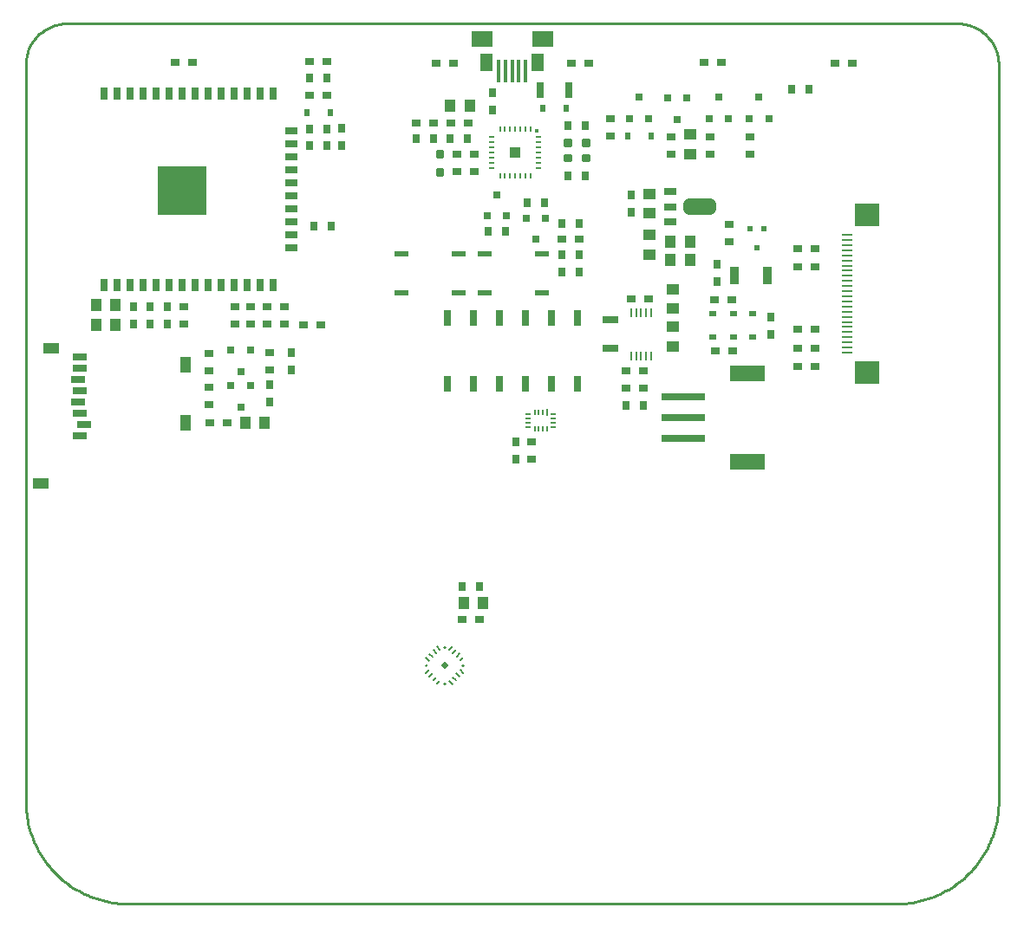
<source format=gtp>
G04 This is an RS-274x file exported by *
G04 gerbv version 2.6.0 *
G04 More information is available about gerbv at *
G04 http://gerbv.gpleda.org/ *
G04 --End of header info--*
%MOIN*%
%FSLAX34Y34*%
%IPPOS*%
G04 --Define apertures--*
%ADD10C,0.0100*%
%ADD11C,0.0000*%
%ADD12C,0.0039*%
%ADD13R,0.0102X0.0220*%
%ADD14R,0.0394X0.0394*%
%ADD15R,0.0118X0.0118*%
%ADD16R,0.0220X0.0102*%
%ADD17R,0.0142X0.0870*%
%ADD18R,0.0785X0.0598*%
%ADD19R,0.0465X0.0711*%
%ADD20R,0.0409X0.0488*%
%ADD21R,0.0315X0.0630*%
%ADD22R,0.0198X0.0277*%
%ADD23R,0.0252X0.0291*%
%ADD24R,0.0315X0.0354*%
%ADD25R,0.0354X0.0315*%
%ADD26R,0.0220X0.0220*%
%ADD27R,0.0277X0.0198*%
%ADD28R,0.0488X0.0409*%
%ADD29R,0.0969X0.0850*%
%ADD30R,0.0449X0.0094*%
%ADD31R,0.0378X0.0693*%
%ADD32R,0.0488X0.0252*%
%ADD33C,0.0480*%
%ADD34R,0.0486X0.0256*%
%ADD35R,0.0441X0.0598*%
%ADD36R,0.0638X0.0441*%
%ADD37R,0.0528X0.0252*%
%ADD38C,0.0094*%
%ADD39R,0.0283X0.0480*%
%ADD40R,0.0480X0.0283*%
%ADD41R,0.1890X0.1890*%
%ADD42R,0.0630X0.0315*%
%ADD43R,0.0096X0.0326*%
%ADD44R,0.1693X0.0315*%
%ADD45R,0.1339X0.0591*%
%ADD46C,0.0080*%
%ADD47R,0.0230X0.0230*%
%ADD48R,0.0091X0.0091*%
%ADD49R,0.0243X0.0071*%
%ADD50R,0.0071X0.0283*%
%ADD51R,0.0071X0.0243*%
%ADD52R,0.0540X0.0240*%
%ADD53R,0.0283X0.0638*%
G04 --Start main section--*
G54D10*
G01X0005927Y0004947D02*
G01X0035455Y0004947D01*
G01X0035455Y0004947D02*
G01X0035579Y0004949D01*
G01X0035579Y0004949D02*
G01X0035702Y0004955D01*
G01X0035702Y0004955D02*
G01X0035826Y0004964D01*
G01X0035826Y0004964D02*
G01X0035948Y0004978D01*
G01X0035948Y0004978D02*
G01X0036071Y0004995D01*
G01X0036071Y0004995D02*
G01X0036193Y0005017D01*
G01X0036193Y0005017D02*
G01X0036314Y0005042D01*
G01X0036314Y0005042D02*
G01X0036434Y0005071D01*
G01X0036434Y0005071D02*
G01X0036553Y0005103D01*
G01X0036553Y0005103D02*
G01X0036672Y0005140D01*
G01X0036672Y0005140D02*
G01X0036789Y0005180D01*
G01X0036789Y0005180D02*
G01X0036904Y0005223D01*
G01X0036904Y0005223D02*
G01X0037019Y0005271D01*
G01X0037019Y0005271D02*
G01X0037131Y0005322D01*
G01X0037131Y0005322D02*
G01X0037242Y0005376D01*
G01X0037242Y0005376D02*
G01X0037352Y0005434D01*
G01X0037352Y0005434D02*
G01X0037459Y0005495D01*
G01X0037459Y0005495D02*
G01X0037565Y0005560D01*
G01X0037565Y0005560D02*
G01X0037668Y0005628D01*
G01X0037668Y0005628D02*
G01X0037769Y0005699D01*
G01X0037769Y0005699D02*
G01X0037868Y0005773D01*
G01X0037868Y0005773D02*
G01X0037965Y0005850D01*
G01X0037965Y0005850D02*
G01X0038059Y0005931D01*
G01X0038059Y0005931D02*
G01X0038150Y0006014D01*
G01X0038150Y0006014D02*
G01X0038239Y0006100D01*
G01X0038239Y0006100D02*
G01X0038325Y0006189D01*
G01X0038325Y0006189D02*
G01X0038408Y0006280D01*
G01X0038408Y0006280D02*
G01X0038489Y0006374D01*
G01X0038489Y0006374D02*
G01X0038566Y0006471D01*
G01X0038566Y0006471D02*
G01X0038640Y0006570D01*
G01X0038640Y0006570D02*
G01X0038711Y0006671D01*
G01X0038711Y0006671D02*
G01X0038779Y0006774D01*
G01X0038779Y0006774D02*
G01X0038844Y0006880D01*
G01X0038844Y0006880D02*
G01X0038905Y0006987D01*
G01X0038905Y0006987D02*
G01X0038963Y0007097D01*
G01X0038963Y0007097D02*
G01X0039017Y0007208D01*
G01X0039017Y0007208D02*
G01X0039068Y0007320D01*
G01X0039068Y0007320D02*
G01X0039116Y0007435D01*
G01X0039116Y0007435D02*
G01X0039159Y0007550D01*
G01X0039159Y0007550D02*
G01X0039199Y0007667D01*
G01X0039199Y0007667D02*
G01X0039236Y0007786D01*
G01X0039236Y0007786D02*
G01X0039268Y0007905D01*
G01X0039268Y0007905D02*
G01X0039297Y0008025D01*
G01X0039297Y0008025D02*
G01X0039322Y0008146D01*
G01X0039322Y0008146D02*
G01X0039344Y0008268D01*
G01X0039344Y0008268D02*
G01X0039361Y0008391D01*
G01X0039361Y0008391D02*
G01X0039375Y0008513D01*
G01X0039375Y0008513D02*
G01X0039384Y0008637D01*
G01X0039384Y0008637D02*
G01X0039390Y0008760D01*
G01X0039390Y0008760D02*
G01X0039392Y0008884D01*
G01X0039392Y0008884D02*
G01X0039392Y0037231D01*
G01X0039392Y0037231D02*
G01X0039390Y0037308D01*
G01X0039390Y0037308D02*
G01X0039384Y0037385D01*
G01X0039384Y0037385D02*
G01X0039375Y0037462D01*
G01X0039375Y0037462D02*
G01X0039362Y0037538D01*
G01X0039362Y0037538D02*
G01X0039345Y0037614D01*
G01X0039345Y0037614D02*
G01X0039324Y0037688D01*
G01X0039324Y0037688D02*
G01X0039300Y0037762D01*
G01X0039300Y0037762D02*
G01X0039272Y0037834D01*
G01X0039272Y0037834D02*
G01X0039241Y0037904D01*
G01X0039241Y0037904D02*
G01X0039206Y0037973D01*
G01X0039206Y0037973D02*
G01X0039168Y0038041D01*
G01X0039168Y0038041D02*
G01X0039127Y0038106D01*
G01X0039127Y0038106D02*
G01X0039082Y0038169D01*
G01X0039082Y0038169D02*
G01X0039034Y0038230D01*
G01X0039034Y0038230D02*
G01X0038984Y0038289D01*
G01X0038984Y0038289D02*
G01X0038931Y0038345D01*
G01X0038931Y0038345D02*
G01X0038875Y0038398D01*
G01X0038875Y0038398D02*
G01X0038816Y0038448D01*
G01X0038816Y0038448D02*
G01X0038755Y0038496D01*
G01X0038755Y0038496D02*
G01X0038692Y0038541D01*
G01X0038692Y0038541D02*
G01X0038627Y0038582D01*
G01X0038627Y0038582D02*
G01X0038559Y0038620D01*
G01X0038559Y0038620D02*
G01X0038490Y0038655D01*
G01X0038490Y0038655D02*
G01X0038420Y0038686D01*
G01X0038420Y0038686D02*
G01X0038348Y0038714D01*
G01X0038348Y0038714D02*
G01X0038274Y0038738D01*
G01X0038274Y0038738D02*
G01X0038200Y0038759D01*
G01X0038200Y0038759D02*
G01X0038124Y0038776D01*
G01X0038124Y0038776D02*
G01X0038048Y0038789D01*
G01X0038048Y0038789D02*
G01X0037971Y0038798D01*
G01X0037971Y0038798D02*
G01X0037894Y0038804D01*
G01X0037894Y0038804D02*
G01X0037817Y0038806D01*
G01X0037817Y0038806D02*
G01X0003565Y0038806D01*
G01X0003565Y0038806D02*
G01X0003488Y0038804D01*
G01X0003488Y0038804D02*
G01X0003411Y0038798D01*
G01X0003411Y0038798D02*
G01X0003334Y0038789D01*
G01X0003334Y0038789D02*
G01X0003258Y0038776D01*
G01X0003258Y0038776D02*
G01X0003182Y0038759D01*
G01X0003182Y0038759D02*
G01X0003108Y0038738D01*
G01X0003108Y0038738D02*
G01X0003034Y0038714D01*
G01X0003034Y0038714D02*
G01X0002962Y0038686D01*
G01X0002962Y0038686D02*
G01X0002892Y0038655D01*
G01X0002892Y0038655D02*
G01X0002823Y0038620D01*
G01X0002823Y0038620D02*
G01X0002755Y0038582D01*
G01X0002755Y0038582D02*
G01X0002690Y0038541D01*
G01X0002690Y0038541D02*
G01X0002627Y0038496D01*
G01X0002627Y0038496D02*
G01X0002566Y0038448D01*
G01X0002566Y0038448D02*
G01X0002507Y0038398D01*
G01X0002507Y0038398D02*
G01X0002451Y0038345D01*
G01X0002451Y0038345D02*
G01X0002398Y0038289D01*
G01X0002398Y0038289D02*
G01X0002348Y0038230D01*
G01X0002348Y0038230D02*
G01X0002300Y0038169D01*
G01X0002300Y0038169D02*
G01X0002255Y0038106D01*
G01X0002255Y0038106D02*
G01X0002214Y0038041D01*
G01X0002214Y0038041D02*
G01X0002176Y0037973D01*
G01X0002176Y0037973D02*
G01X0002141Y0037904D01*
G01X0002141Y0037904D02*
G01X0002110Y0037834D01*
G01X0002110Y0037834D02*
G01X0002082Y0037762D01*
G01X0002082Y0037762D02*
G01X0002058Y0037688D01*
G01X0002058Y0037688D02*
G01X0002037Y0037614D01*
G01X0002037Y0037614D02*
G01X0002020Y0037538D01*
G01X0002020Y0037538D02*
G01X0002007Y0037462D01*
G01X0002007Y0037462D02*
G01X0001998Y0037385D01*
G01X0001998Y0037385D02*
G01X0001992Y0037308D01*
G01X0001992Y0037308D02*
G01X0001990Y0037231D01*
G01X0001990Y0037231D02*
G01X0001990Y0008884D01*
G01X0001990Y0008884D02*
G01X0001992Y0008760D01*
G01X0001992Y0008760D02*
G01X0001998Y0008637D01*
G01X0001998Y0008637D02*
G01X0002007Y0008513D01*
G01X0002007Y0008513D02*
G01X0002021Y0008391D01*
G01X0002021Y0008391D02*
G01X0002038Y0008268D01*
G01X0002038Y0008268D02*
G01X0002060Y0008146D01*
G01X0002060Y0008146D02*
G01X0002085Y0008025D01*
G01X0002085Y0008025D02*
G01X0002114Y0007905D01*
G01X0002114Y0007905D02*
G01X0002146Y0007786D01*
G01X0002146Y0007786D02*
G01X0002183Y0007667D01*
G01X0002183Y0007667D02*
G01X0002223Y0007550D01*
G01X0002223Y0007550D02*
G01X0002266Y0007435D01*
G01X0002266Y0007435D02*
G01X0002314Y0007320D01*
G01X0002314Y0007320D02*
G01X0002365Y0007208D01*
G01X0002365Y0007208D02*
G01X0002419Y0007097D01*
G01X0002419Y0007097D02*
G01X0002477Y0006987D01*
G01X0002477Y0006987D02*
G01X0002538Y0006880D01*
G01X0002538Y0006880D02*
G01X0002603Y0006774D01*
G01X0002603Y0006774D02*
G01X0002671Y0006671D01*
G01X0002671Y0006671D02*
G01X0002742Y0006570D01*
G01X0002742Y0006570D02*
G01X0002816Y0006471D01*
G01X0002816Y0006471D02*
G01X0002893Y0006374D01*
G01X0002893Y0006374D02*
G01X0002974Y0006280D01*
G01X0002974Y0006280D02*
G01X0003057Y0006189D01*
G01X0003057Y0006189D02*
G01X0003143Y0006100D01*
G01X0003143Y0006100D02*
G01X0003232Y0006014D01*
G01X0003232Y0006014D02*
G01X0003323Y0005931D01*
G01X0003323Y0005931D02*
G01X0003417Y0005850D01*
G01X0003417Y0005850D02*
G01X0003514Y0005773D01*
G01X0003514Y0005773D02*
G01X0003613Y0005699D01*
G01X0003613Y0005699D02*
G01X0003714Y0005628D01*
G01X0003714Y0005628D02*
G01X0003817Y0005560D01*
G01X0003817Y0005560D02*
G01X0003923Y0005495D01*
G01X0003923Y0005495D02*
G01X0004030Y0005434D01*
G01X0004030Y0005434D02*
G01X0004140Y0005376D01*
G01X0004140Y0005376D02*
G01X0004251Y0005322D01*
G01X0004251Y0005322D02*
G01X0004363Y0005271D01*
G01X0004363Y0005271D02*
G01X0004478Y0005223D01*
G01X0004478Y0005223D02*
G01X0004593Y0005180D01*
G01X0004593Y0005180D02*
G01X0004710Y0005140D01*
G01X0004710Y0005140D02*
G01X0004829Y0005103D01*
G01X0004829Y0005103D02*
G01X0004948Y0005071D01*
G01X0004948Y0005071D02*
G01X0005068Y0005042D01*
G01X0005068Y0005042D02*
G01X0005189Y0005017D01*
G01X0005189Y0005017D02*
G01X0005311Y0004995D01*
G01X0005311Y0004995D02*
G01X0005434Y0004978D01*
G01X0005434Y0004978D02*
G01X0005556Y0004964D01*
G01X0005556Y0004964D02*
G01X0005680Y0004955D01*
G01X0005680Y0004955D02*
G01X0005803Y0004949D01*
G01X0005803Y0004949D02*
G01X0005927Y0004947D01*
G54D13*
G01X0021400Y0032939D03*
G01X0021203Y0032939D03*
G01X0021006Y0032939D03*
G01X0020809Y0032939D03*
G01X0020612Y0032939D03*
G01X0020416Y0032939D03*
G01X0020219Y0032939D03*
G01X0020219Y0034750D03*
G01X0020416Y0034750D03*
G01X0020612Y0034750D03*
G01X0020809Y0034750D03*
G01X0021006Y0034750D03*
G01X0021203Y0034750D03*
G01X0021400Y0034750D03*
G54D14*
G01X0020809Y0033845D03*
G54D15*
G01X0021636Y0034672D03*
G54D16*
G01X0021715Y0034436D03*
G01X0021715Y0034239D03*
G01X0021715Y0034042D03*
G01X0021715Y0033845D03*
G01X0021715Y0033648D03*
G01X0021715Y0033451D03*
G01X0021715Y0033254D03*
G01X0019904Y0033254D03*
G01X0019904Y0033451D03*
G01X0019904Y0033648D03*
G01X0019904Y0033845D03*
G01X0019904Y0034042D03*
G01X0019904Y0034239D03*
G01X0019904Y0034436D03*
G54D17*
G01X0020179Y0036995D03*
G01X0020435Y0036995D03*
G01X0020691Y0036995D03*
G01X0020947Y0036995D03*
G01X0021203Y0036995D03*
G54D18*
G01X0021853Y0038215D03*
G01X0019530Y0038215D03*
G54D19*
G01X0019707Y0037310D03*
G01X0021675Y0037310D03*
G54D20*
G01X0019057Y0035656D03*
G01X0018309Y0035656D03*
G01X0026774Y0030420D03*
G01X0026774Y0029711D03*
G01X0027522Y0029711D03*
G01X0027522Y0030420D03*
G01X0019569Y0016522D03*
G01X0018821Y0016522D03*
G01X0011183Y0023451D03*
G01X0010435Y0023451D03*
G01X0005435Y0027231D03*
G01X0005435Y0027979D03*
G01X0004687Y0027979D03*
G01X0004687Y0027231D03*
G54D21*
G01X0021754Y0036247D03*
G01X0022857Y0036247D03*
G54D22*
G01X0022758Y0035538D03*
G01X0021853Y0035538D03*
G01X0025120Y0034475D03*
G01X0026026Y0034475D03*
G01X0013703Y0035380D03*
G01X0012797Y0035380D03*
G54D23*
G01X0019727Y0031404D03*
G01X0020475Y0031404D03*
G01X0021223Y0031325D03*
G01X0021971Y0031325D03*
G01X0021597Y0030499D03*
G01X0020101Y0032231D03*
G01X0025199Y0035144D03*
G01X0025947Y0035144D03*
G01X0025573Y0035971D03*
G01X0026656Y0035932D03*
G01X0027030Y0035105D03*
G01X0027404Y0035932D03*
G01X0028270Y0035144D03*
G01X0028644Y0035971D03*
G01X0029018Y0035144D03*
G01X0029805Y0035144D03*
G01X0030179Y0035971D03*
G01X0030553Y0035144D03*
G01X0010632Y0026247D03*
G01X0009884Y0026247D03*
G01X0010258Y0025420D03*
G01X0009884Y0024869D03*
G01X0010632Y0024869D03*
G01X0010258Y0024042D03*
G54D24*
G01X0011360Y0024258D03*
G01X0011360Y0024928D03*
G01X0012193Y0025491D03*
G01X0012193Y0026160D03*
G01X0013073Y0031010D03*
G01X0013742Y0031010D03*
G01X0013585Y0034121D03*
G01X0013585Y0034750D03*
G01X0012916Y0034750D03*
G01X0012916Y0034121D03*
G01X0014149Y0034114D03*
G01X0014149Y0034784D03*
G01X0013585Y0036719D03*
G01X0012916Y0036719D03*
G01X0017010Y0034396D03*
G01X0017679Y0034396D03*
G01X0018309Y0034396D03*
G01X0018979Y0034396D03*
G01X0019943Y0035479D03*
G01X0019943Y0036148D03*
G01X0022837Y0034869D03*
G01X0023506Y0034869D03*
G01X0023506Y0032939D03*
G01X0022837Y0032939D03*
G01X0021931Y0031916D03*
G01X0021262Y0031916D03*
G01X0020435Y0030813D03*
G01X0019766Y0030813D03*
G01X0022601Y0031128D03*
G01X0023270Y0031128D03*
G01X0023270Y0029908D03*
G01X0023270Y0029239D03*
G01X0022601Y0029239D03*
G01X0022601Y0029908D03*
G01X0025258Y0031542D03*
G01X0025258Y0032211D03*
G01X0028565Y0029534D03*
G01X0028565Y0028865D03*
G01X0030652Y0027526D03*
G01X0030652Y0026857D03*
G01X0025750Y0024121D03*
G01X0025081Y0024121D03*
G01X0020849Y0022723D03*
G01X0020849Y0022054D03*
G01X0019451Y0017152D03*
G01X0018782Y0017152D03*
G01X0007423Y0027250D03*
G01X0007423Y0027920D03*
G01X0006754Y0027920D03*
G01X0006124Y0027920D03*
G01X0006124Y0027250D03*
G01X0006754Y0027250D03*
G01X0031420Y0036286D03*
G01X0032089Y0036286D03*
G54D25*
G01X0033112Y0037270D03*
G01X0033782Y0037270D03*
G01X0029825Y0034455D03*
G01X0029825Y0033786D03*
G01X0028290Y0033786D03*
G01X0028290Y0034455D03*
G01X0026794Y0034455D03*
G01X0026794Y0033786D03*
G01X0029038Y0031069D03*
G01X0029038Y0030400D03*
G01X0029136Y0028176D03*
G01X0028467Y0028176D03*
G01X0028506Y0026207D03*
G01X0029175Y0026207D03*
G01X0031656Y0026325D03*
G01X0032325Y0026325D03*
G01X0032325Y0027034D03*
G01X0031656Y0027034D03*
G01X0031656Y0025617D03*
G01X0032325Y0025617D03*
G01X0032325Y0029436D03*
G01X0031656Y0029436D03*
G01X0031656Y0030144D03*
G01X0032325Y0030144D03*
G01X0028742Y0037310D03*
G01X0028073Y0037310D03*
G01X0024471Y0035164D03*
G01X0024471Y0034495D03*
G01X0023624Y0037270D03*
G01X0022955Y0037270D03*
G01X0019234Y0033786D03*
G01X0019234Y0033117D03*
G01X0018565Y0033117D03*
G01X0018565Y0033786D03*
G01X0018349Y0034987D03*
G01X0017679Y0034987D03*
G01X0017010Y0034987D03*
G01X0019018Y0034987D03*
G01X0018427Y0037270D03*
G01X0017758Y0037270D03*
G01X0013585Y0037349D03*
G01X0012916Y0037349D03*
G01X0012916Y0036050D03*
G01X0013585Y0036050D03*
G01X0008388Y0037310D03*
G01X0007719Y0037310D03*
G01X0008053Y0027920D03*
G01X0008053Y0027250D03*
G01X0009038Y0026109D03*
G01X0009038Y0025439D03*
G01X0009038Y0024810D03*
G01X0009038Y0024140D03*
G01X0009057Y0023451D03*
G01X0009727Y0023451D03*
G01X0011360Y0025479D03*
G01X0011360Y0026148D03*
G01X0011282Y0027250D03*
G01X0011951Y0027250D03*
G01X0011951Y0027920D03*
G01X0011282Y0027920D03*
G01X0010652Y0027920D03*
G01X0010022Y0027920D03*
G01X0010022Y0027250D03*
G01X0010652Y0027250D03*
G01X0012679Y0027231D03*
G01X0013349Y0027231D03*
G01X0021439Y0022723D03*
G01X0021439Y0022054D03*
G01X0025061Y0024770D03*
G01X0025061Y0025439D03*
G01X0025731Y0025439D03*
G01X0025731Y0024770D03*
G01X0025947Y0028215D03*
G01X0025278Y0028215D03*
G01X0023270Y0030499D03*
G01X0022601Y0030499D03*
G01X0019451Y0015892D03*
G01X0018782Y0015892D03*
G54D26*
G01X0030101Y0030174D03*
G01X0030357Y0030902D03*
G01X0029845Y0030902D03*
G54D27*
G01X0029943Y0027644D03*
G01X0029195Y0027644D03*
G01X0028408Y0027644D03*
G01X0028408Y0026739D03*
G01X0029195Y0026739D03*
G01X0029943Y0026739D03*
G54D28*
G01X0026872Y0026384D03*
G01X0026872Y0027132D03*
G01X0026872Y0027841D03*
G01X0026872Y0028589D03*
G01X0025967Y0029928D03*
G01X0025967Y0030676D03*
G01X0025967Y0031502D03*
G01X0025967Y0032250D03*
G01X0027542Y0033786D03*
G01X0027542Y0034534D03*
G54D29*
G01X0034345Y0031436D03*
G01X0034345Y0025388D03*
G54D30*
G01X0033565Y0026148D03*
G01X0033565Y0026345D03*
G01X0033565Y0026542D03*
G01X0033565Y0026739D03*
G01X0033565Y0026936D03*
G01X0033565Y0027132D03*
G01X0033565Y0027329D03*
G01X0033565Y0027526D03*
G01X0033565Y0027723D03*
G01X0033565Y0027920D03*
G01X0033565Y0028117D03*
G01X0033565Y0028313D03*
G01X0033565Y0028510D03*
G01X0033565Y0028707D03*
G01X0033565Y0028904D03*
G01X0033565Y0029101D03*
G01X0033565Y0029298D03*
G01X0033565Y0029495D03*
G01X0033565Y0029691D03*
G01X0033565Y0029888D03*
G01X0033565Y0030085D03*
G01X0033565Y0030282D03*
G01X0033565Y0030479D03*
G01X0033565Y0030676D03*
G54D31*
G01X0030494Y0029121D03*
G01X0029234Y0029121D03*
G54D32*
G01X0026762Y0031168D03*
G01X0026762Y0032349D03*
G54D33*
G01X0027514Y0031838D02*
G01X0027514Y0031678D01*
G01X0027514Y0031838D02*
G01X0028310Y0031838D01*
G01X0028310Y0031838D02*
G01X0028310Y0031678D01*
G01X0028310Y0031678D02*
G01X0027514Y0031678D01*
G54D34*
G01X0026762Y0031758D03*
G54D35*
G01X0008132Y0025676D03*
G01X0008132Y0023432D03*
G54D36*
G01X0002955Y0026306D03*
G01X0002561Y0021128D03*
G54D37*
G01X0004077Y0022963D03*
G01X0004234Y0023396D03*
G01X0004077Y0023829D03*
G01X0003998Y0024262D03*
G01X0004077Y0024695D03*
G01X0003998Y0025128D03*
G01X0004077Y0025561D03*
G01X0004077Y0025995D03*
G54D38*
G01X0017786Y0033216D02*
G01X0018006Y0033216D01*
G01X0018006Y0033216D02*
G01X0018006Y0032996D01*
G01X0018006Y0032996D02*
G01X0017786Y0032996D01*
G01X0017786Y0032996D02*
G01X0017786Y0033216D01*
G01X0017786Y0033089D02*
G01X0018006Y0033089D01*
G01X0018006Y0033182D02*
G01X0017786Y0033182D01*
G01X0017786Y0033907D02*
G01X0018006Y0033907D01*
G01X0018006Y0033907D02*
G01X0018006Y0033687D01*
G01X0018006Y0033687D02*
G01X0017786Y0033687D01*
G01X0017786Y0033687D02*
G01X0017786Y0033907D01*
G01X0017786Y0033780D02*
G01X0018006Y0033780D01*
G01X0018006Y0033873D02*
G01X0017786Y0033873D01*
G01X0022936Y0033758D02*
G01X0022936Y0033538D01*
G01X0022936Y0033538D02*
G01X0022716Y0033538D01*
G01X0022716Y0033538D02*
G01X0022716Y0033758D01*
G01X0022716Y0033758D02*
G01X0022936Y0033758D01*
G01X0022936Y0033631D02*
G01X0022716Y0033631D01*
G01X0022716Y0033724D02*
G01X0022936Y0033724D01*
G01X0022936Y0034129D02*
G01X0022936Y0034349D01*
G01X0022936Y0034129D02*
G01X0022716Y0034129D01*
G01X0022716Y0034129D02*
G01X0022716Y0034349D01*
G01X0022716Y0034349D02*
G01X0022936Y0034349D01*
G01X0022936Y0034222D02*
G01X0022716Y0034222D01*
G01X0022716Y0034315D02*
G01X0022936Y0034315D01*
G01X0023627Y0034349D02*
G01X0023627Y0034129D01*
G01X0023627Y0034129D02*
G01X0023407Y0034129D01*
G01X0023407Y0034129D02*
G01X0023407Y0034349D01*
G01X0023407Y0034349D02*
G01X0023627Y0034349D01*
G01X0023627Y0034222D02*
G01X0023407Y0034222D01*
G01X0023407Y0034315D02*
G01X0023627Y0034315D01*
G01X0023627Y0033758D02*
G01X0023627Y0033538D01*
G01X0023627Y0033538D02*
G01X0023407Y0033538D01*
G01X0023407Y0033538D02*
G01X0023407Y0033758D01*
G01X0023407Y0033758D02*
G01X0023627Y0033758D01*
G01X0023627Y0033631D02*
G01X0023407Y0033631D01*
G01X0023407Y0033724D02*
G01X0023627Y0033724D01*
G54D39*
G01X0011486Y0036121D03*
G01X0010986Y0036121D03*
G01X0010486Y0036121D03*
G01X0009986Y0036121D03*
G01X0009486Y0036121D03*
G01X0008986Y0036121D03*
G01X0008486Y0036121D03*
G01X0007986Y0036121D03*
G01X0007486Y0036121D03*
G01X0006986Y0036121D03*
G01X0006486Y0036121D03*
G01X0005986Y0036121D03*
G01X0005486Y0036121D03*
G01X0004986Y0036121D03*
G01X0004986Y0028758D03*
G01X0005486Y0028758D03*
G01X0005986Y0028758D03*
G01X0006486Y0028758D03*
G01X0006986Y0028758D03*
G01X0007486Y0028758D03*
G01X0007986Y0028758D03*
G01X0008486Y0028758D03*
G01X0008986Y0028758D03*
G01X0009486Y0028758D03*
G01X0009986Y0028758D03*
G01X0010486Y0028758D03*
G01X0010986Y0028758D03*
G01X0011486Y0028758D03*
G54D40*
G01X0012195Y0030187D03*
G01X0012195Y0030687D03*
G01X0012195Y0031187D03*
G01X0012195Y0031687D03*
G01X0012195Y0032187D03*
G01X0012195Y0032687D03*
G01X0012195Y0033187D03*
G01X0012195Y0033687D03*
G01X0012195Y0034187D03*
G01X0012195Y0034687D03*
G54D41*
G01X0008014Y0032388D03*
G54D42*
G01X0024471Y0027428D03*
G01X0024471Y0026325D03*
G54D43*
G01X0025258Y0026007D03*
G01X0025455Y0026007D03*
G01X0025652Y0026007D03*
G01X0025849Y0026007D03*
G01X0026046Y0026007D03*
G01X0026046Y0027668D03*
G01X0025849Y0027668D03*
G01X0025652Y0027668D03*
G01X0025455Y0027668D03*
G01X0025258Y0027668D03*
G54D44*
G01X0027266Y0024436D03*
G01X0027266Y0023648D03*
G01X0027266Y0022861D03*
G54D45*
G01X0029727Y0021936D03*
G01X0029727Y0025361D03*
G54D46*
G01X0018817Y0014426D02*
G01X0018692Y0014302D01*
G01X0018554Y0014441D02*
G01X0018678Y0014565D01*
G01X0018539Y0014706D02*
G01X0018415Y0014581D01*
G01X0018269Y0014727D02*
G01X0018394Y0014852D01*
G01X0017918Y0014721D02*
G01X0017794Y0014845D01*
G01X0017655Y0014706D02*
G01X0017779Y0014582D01*
G01X0017633Y0014435D02*
G01X0017509Y0014560D01*
G01X0017368Y0014421D02*
G01X0017492Y0014296D01*
G01X0017487Y0013943D02*
G01X0017370Y0013825D01*
G01X0017518Y0013682D02*
G01X0017635Y0013799D01*
G01X0017774Y0013660D02*
G01X0017657Y0013543D01*
G01X0017797Y0013404D02*
G01X0017913Y0013520D01*
G01X0018271Y0013521D02*
G01X0018395Y0013397D01*
G01X0018535Y0013535D02*
G01X0018410Y0013659D01*
G01X0018551Y0013800D02*
G01X0018675Y0013676D01*
G01X0018813Y0013814D02*
G01X0018688Y0013938D01*
G54D47*
G36*
G01X0017931Y0014128D02*
G01X0018093Y0014290D01*
G01X0018255Y0014128D01*
G01X0018093Y0013966D01*
G01X0017931Y0014128D01*
G37*
G54D48*
G36*
G01X0017325Y0014121D02*
G01X0017388Y0014184D01*
G01X0017451Y0014121D01*
G01X0017388Y0014058D01*
G01X0017325Y0014121D01*
G37*
G36*
G01X0018030Y0014825D02*
G01X0018093Y0014888D01*
G01X0018156Y0014825D01*
G01X0018093Y0014762D01*
G01X0018030Y0014825D01*
G37*
G36*
G01X0018734Y0014121D02*
G01X0018797Y0014184D01*
G01X0018860Y0014121D01*
G01X0018797Y0014058D01*
G01X0018734Y0014121D01*
G37*
G36*
G01X0018030Y0013416D02*
G01X0018093Y0013479D01*
G01X0018156Y0013416D01*
G01X0018093Y0013353D01*
G01X0018030Y0013416D01*
G37*
G54D49*
G01X0021314Y0023294D03*
G01X0021314Y0023451D03*
G01X0021314Y0023609D03*
G01X0021314Y0023766D03*
G01X0022273Y0023766D03*
G01X0022273Y0023609D03*
G01X0022273Y0023451D03*
G01X0022273Y0023294D03*
G54D50*
G01X0022030Y0023833D03*
G54D51*
G01X0021872Y0023852D03*
G01X0021715Y0023852D03*
G01X0021557Y0023852D03*
G01X0021557Y0023208D03*
G01X0021715Y0023208D03*
G01X0021872Y0023208D03*
G01X0022030Y0023208D03*
G54D52*
G01X0021831Y0028449D03*
G01X0021831Y0029949D03*
G01X0019631Y0029949D03*
G01X0018642Y0029949D03*
G01X0018642Y0028449D03*
G01X0019631Y0028449D03*
G01X0016442Y0028449D03*
G01X0016442Y0029949D03*
G54D53*
G01X0018191Y0027467D03*
G01X0019191Y0027467D03*
G01X0020191Y0027467D03*
G01X0021191Y0027467D03*
G01X0022191Y0027467D03*
G01X0023191Y0027467D03*
G01X0023191Y0024947D03*
G01X0022191Y0024947D03*
G01X0021191Y0024947D03*
G01X0020191Y0024947D03*
G01X0019191Y0024947D03*
G01X0018191Y0024947D03*
M02*

</source>
